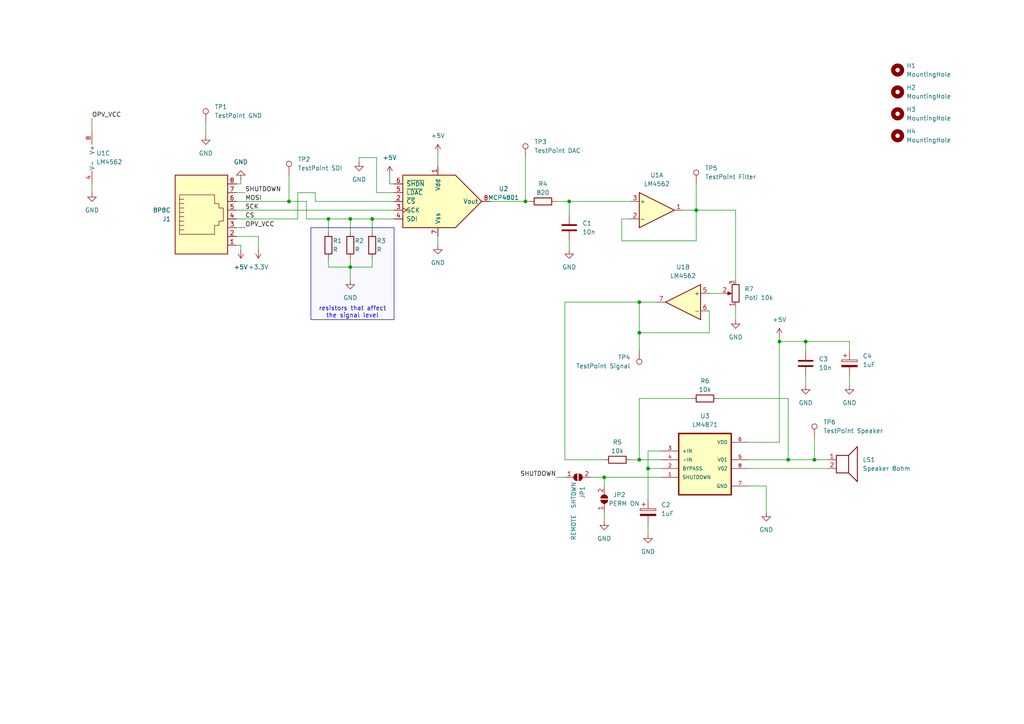
<source format=kicad_sch>
(kicad_sch (version 20230121) (generator eeschema)
  (paper "A4")
  (title_block (title "Speaker") (date "2023-10-23") (rev "2.1") (comment 1 "Author: Alexander Hold"))
  (lib_symbols
    (symbol "Amplifier_Operational:LM4562" (pin_names (offset 0.127))
      (property "Reference" "U" (at 0 5.08 0))
      (property "Value" "LM4562" (at 0 -5.08 0))
      (symbol "LM4562_1_1"
        (polyline (pts (xy -5.08 5.08) (xy 5.08 0) (xy -5.08 -5.08) (xy -5.08 5.08)) (stroke (width 0.254)) (fill (type background)))
        (pin output line (at 7.62 0 180) (length 2.54) (name "~") (number "1"))
        (pin input line (at -7.62 -2.54 0) (length 2.54) (name "-") (number "2"))
        (pin input line (at -7.62 2.54 0) (length 2.54) (name "+") (number "3"))
      )
      (symbol "LM4562_2_1"
        (polyline (pts (xy -5.08 5.08) (xy 5.08 0) (xy -5.08 -5.08) (xy -5.08 5.08)) (stroke (width 0.254)) (fill (type background)))
        (pin input line (at -7.62 2.54 0) (length 2.54) (name "+") (number "5"))
        (pin input line (at -7.62 -2.54 0) (length 2.54) (name "-") (number "6"))
        (pin output line (at 7.62 0 180) (length 2.54) (name "~") (number "7"))
      )
      (symbol "LM4562_3_1"
        (pin power_in line (at -2.54 -7.62 90) (length 3.81) (name "V-") (number "4"))
        (pin power_in line (at -2.54 7.62 270) (length 3.81) (name "V+") (number "8"))
      )
    )
    (symbol "Analog_DAC:MCP4801" (pin_names (offset 1.016))
      (property "Reference" "U" (at 1.27 10.795 0))
      (property "Value" "MCP4801" (at 1.27 8.89 0))
      (symbol "MCP4801_0_0"
        (polyline (pts (xy 12.7 0) (xy 5.08 7.62) (xy -10.16 7.62) (xy -10.16 -7.62) (xy 5.08 -7.62) (xy 12.7 0)) (stroke (width 0.254)) (fill (type background)))
      )
      (symbol "MCP4801_1_1"
        (pin power_in line (at 0 10.16 270) (length 2.54) (name "Vdd") (number "1"))
        (pin input line (at -12.7 0 0) (length 2.54) (name "~{CS}") (number "2"))
        (pin input clock (at -12.7 -2.54 0) (length 2.54) (name "SCK") (number "3"))
        (pin input line (at -12.7 -5.08 0) (length 2.54) (name "SDI") (number "4"))
        (pin input line (at -12.7 2.54 0) (length 2.54) (name "~{LDAC}") (number "5"))
        (pin input line (at -12.7 5.08 0) (length 2.54) (name "~{SHDN}") (number "6"))
        (pin power_in line (at 0 -10.16 90) (length 2.54) (name "Vss") (number "7"))
        (pin output line (at 15.24 0 180) (length 2.54) (name "Vout") (number "8"))
      )
    )
    (symbol "Connector:8P8C" (pin_names (offset 1.016))
      (property "Reference" "J" (at -5.08 13.97 0))
      (property "Value" "8P8C" (at 2.54 13.97 0))
      (symbol "8P8C_0_1"
        (polyline (pts (xy -5.08 4.445) (xy -6.35 4.445)))
        (polyline (pts (xy -5.08 5.715) (xy -6.35 5.715)))
        (polyline (pts (xy -6.35 -3.175) (xy -5.08 -3.175) (xy -5.08 -3.175)))
        (polyline (pts (xy -6.35 -1.905) (xy -5.08 -1.905) (xy -5.08 -1.905)))
        (polyline (pts (xy -6.35 -0.635) (xy -5.08 -0.635) (xy -5.08 -0.635)))
        (polyline (pts (xy -6.35 0.635) (xy -5.08 0.635) (xy -5.08 0.635)))
        (polyline (pts (xy -6.35 1.905) (xy -5.08 1.905) (xy -5.08 1.905)))
        (polyline (pts (xy -5.08 3.175) (xy -6.35 3.175) (xy -6.35 3.175)))
        (polyline (pts (xy -6.35 -4.445) (xy -6.35 6.985) (xy 3.81 6.985) (xy 3.81 4.445) (xy 5.08 4.445) (xy 5.08 3.175) (xy 6.35 3.175) (xy 6.35 -0.635) (xy 5.08 -0.635) (xy 5.08 -1.905) (xy 3.81 -1.905) (xy 3.81 -4.445) (xy -6.35 -4.445) (xy -6.35 -4.445)))
        (rectangle (start 7.62 12.7) (end -7.62 -10.16) (stroke (width 0.254)) (fill (type background)))
      )
      (symbol "8P8C_1_1"
        (pin passive line (at 10.16 -7.62 180) (length 2.54) (name "~") (number "1"))
        (pin passive line (at 10.16 -5.08 180) (length 2.54) (name "~") (number "2"))
        (pin passive line (at 10.16 -2.54 180) (length 2.54) (name "~") (number "3"))
        (pin passive line (at 10.16 0 180) (length 2.54) (name "~") (number "4"))
        (pin passive line (at 10.16 2.54 180) (length 2.54) (name "~") (number "5"))
        (pin passive line (at 10.16 5.08 180) (length 2.54) (name "~") (number "6"))
        (pin passive line (at 10.16 7.62 180) (length 2.54) (name "~") (number "7"))
        (pin passive line (at 10.16 10.16 180) (length 2.54) (name "~") (number "8"))
      )
    )
    (symbol "Connector:TestPoint" (pin_numbers hide) (pin_names (offset 0.762) hide)
      (property "Reference" "TP" (at 0 6.858 0))
      (property "Value" "TestPoint" (at 0 5.08 0))
      (symbol "TestPoint_0_1"
        (circle (center 0 3.302) (radius 0.762))
      )
      (symbol "TestPoint_1_1"
        (pin passive line (at 0 0 90) (length 2.54) (name "1") (number "1"))
      )
    )
    (symbol "Device:C" (pin_numbers hide) (pin_names (offset 0.254))
      (property "Reference" "C" (at 0.635 2.54 0))
      (property "Value" "C" (at 0.635 -2.54 0))
      (symbol "C_0_1"
        (polyline (pts (xy -2.032 -0.762) (xy 2.032 -0.762)) (stroke (width 0.508)))
        (polyline (pts (xy -2.032 0.762) (xy 2.032 0.762)) (stroke (width 0.508)))
      )
      (symbol "C_1_1"
        (pin passive line (at 0 3.81 270) (length 2.794) (name "~") (number "1"))
        (pin passive line (at 0 -3.81 90) (length 2.794) (name "~") (number "2"))
      )
    )
    (symbol "Device:C_Polarized" (pin_numbers hide) (pin_names (offset 0.254))
      (property "Reference" "C" (at 0.635 2.54 0))
      (property "Value" "C_Polarized" (at 0.635 -2.54 0))
      (symbol "C_Polarized_0_1"
        (rectangle (start -2.286 0.508) (end 2.286 1.016))
        (polyline (pts (xy -1.778 2.286) (xy -0.762 2.286)))
        (polyline (pts (xy -1.27 2.794) (xy -1.27 1.778)))
        (rectangle (start 2.286 -0.508) (end -2.286 -1.016) (fill (type outline)))
      )
      (symbol "C_Polarized_1_1"
        (pin passive line (at 0 3.81 270) (length 2.794) (name "~") (number "1"))
        (pin passive line (at 0 -3.81 90) (length 2.794) (name "~") (number "2"))
      )
    )
    (symbol "Device:R" (pin_numbers hide) (pin_names (offset 0))
      (property "Reference" "R" (at 2.032 0 90))
      (property "Value" "R" (at 0 0 90))
      (symbol "R_0_1"
        (rectangle (start -1.016 -2.54) (end 1.016 2.54) (stroke (width 0.254)))
      )
      (symbol "R_1_1"
        (pin passive line (at 0 3.81 270) (length 1.27) (name "~") (number "1"))
        (pin passive line (at 0 -3.81 90) (length 1.27) (name "~") (number "2"))
      )
    )
    (symbol "Device:R_Potentiometer" (pin_names (offset 1.016) hide)
      (property "Reference" "RV" (at -4.445 0 90))
      (property "Value" "R_Potentiometer" (at -2.54 0 90))
      (symbol "R_Potentiometer_0_1"
        (polyline (pts (xy 2.54 0) (xy 1.524 0)))
        (polyline (pts (xy 1.143 0) (xy 2.286 0.508) (xy 2.286 -0.508) (xy 1.143 0)) (fill (type outline)))
        (rectangle (start 1.016 2.54) (end -1.016 -2.54) (stroke (width 0.254)))
      )
      (symbol "R_Potentiometer_1_1"
        (pin passive line (at 0 3.81 270) (length 1.27) (name "1") (number "1"))
        (pin passive line (at 3.81 0 180) (length 1.27) (name "2") (number "2"))
        (pin passive line (at 0 -3.81 90) (length 1.27) (name "3") (number "3"))
      )
    )
    (symbol "Device:Speaker" (pin_names (offset 0) hide)
      (property "Reference" "LS" (at 1.27 5.715 0))
      (property "Value" "Speaker" (at 1.27 3.81 0))
      (symbol "Speaker_0_0"
        (rectangle (start -2.54 1.27) (end 1.016 -3.81) (stroke (width 0.254)))
        (polyline (pts (xy 1.016 1.27) (xy 3.556 3.81) (xy 3.556 -6.35) (xy 1.016 -3.81)) (stroke (width 0.254)))
      )
      (symbol "Speaker_1_1"
        (pin input line (at -5.08 0 0) (length 2.54) (name "1") (number "1"))
        (pin input line (at -5.08 -2.54 0) (length 2.54) (name "2") (number "2"))
      )
    )
    (symbol "Jumper:SolderJumper_2_Open" (pin_names (offset 0) hide)
      (property "Reference" "JP" (at 0 2.032 0))
      (property "Value" "SolderJumper_2_Open" (at 0 -2.54 0))
      (symbol "SolderJumper_2_Open_0_1"
        (arc (start -0.254 1.016) (mid -1.2656 0) (end -0.254 -1.016))
        (arc (start -0.254 1.016) (mid -1.2656 0) (end -0.254 -1.016) (fill (type outline)))
        (polyline (pts (xy -0.254 1.016) (xy -0.254 -1.016)))
        (polyline (pts (xy 0.254 1.016) (xy 0.254 -1.016)))
        (arc (start 0.254 -1.016) (mid 1.2656 0) (end 0.254 1.016))
        (arc (start 0.254 -1.016) (mid 1.2656 0) (end 0.254 1.016) (fill (type outline)))
      )
      (symbol "SolderJumper_2_Open_1_1"
        (pin passive line (at -3.81 0 0) (length 2.54) (name "A") (number "1"))
        (pin passive line (at 3.81 0 180) (length 2.54) (name "B") (number "2"))
      )
    )
    (symbol "LM4871:LM4871" (pin_names (offset 1.016))
      (property "Reference" "U" (at -8.89 10.16 0))
      (property "Value" "LM4871" (at -3.81 -11.43 0))
      (symbol "LM4871_0_0"
        (rectangle (start -7.62 8.89) (end 7.62 -8.89) (stroke (width 0.41)) (fill (type background)))
        (pin input line (at -12.7 -3.81 0) (length 5.08) (name "SHUTDOWN") (number "1"))
        (pin input line (at -12.7 -1.27 0) (length 5.08) (name "BYPASS") (number "2"))
        (pin input line (at -12.7 3.81 0) (length 5.08) (name "+IN") (number "3"))
        (pin input line (at -12.7 1.27 0) (length 5.08) (name "-IN") (number "4"))
        (pin output line (at 12.7 1.27 180) (length 5.08) (name "V01") (number "5"))
        (pin power_in line (at 12.7 6.35 180) (length 5.08) (name "VDD") (number "6"))
        (pin power_in line (at 12.7 -6.35 180) (length 5.08) (name "GND") (number "7"))
        (pin output line (at 12.7 -1.27 180) (length 5.08) (name "V02") (number "8"))
      )
    )
    (symbol "Mechanical:MountingHole" (pin_names (offset 1.016))
      (property "Reference" "H" (at 0 5.08 0))
      (property "Value" "MountingHole" (at 0 3.175 0))
      (symbol "MountingHole_0_1"
        (circle (center 0 0) (radius 1.27) (stroke (width 1.27)))
      )
    )
    (symbol "power:+3.3V" (power) (pin_names (offset 0))
      (property "Value" "+3.3V" (at 0 3.556 0))
      (symbol "+3.3V_0_1"
        (polyline (pts (xy -0.762 1.27) (xy 0 2.54)))
        (polyline (pts (xy 0 0) (xy 0 2.54)))
        (polyline (pts (xy 0 2.54) (xy 0.762 1.27)))
      )
      (symbol "+3.3V_1_1"
        (pin power_in line (at 0 0 90) (length 0) hide (name "+3.3V") (number "1"))
      )
    )
    (symbol "power:+5V" (power) (pin_names (offset 0))
      (property "Value" "+5V" (at 0 3.556 0))
      (symbol "+5V_0_1"
        (polyline (pts (xy -0.762 1.27) (xy 0 2.54)))
        (polyline (pts (xy 0 0) (xy 0 2.54)))
        (polyline (pts (xy 0 2.54) (xy 0.762 1.27)))
      )
      (symbol "+5V_1_1"
        (pin power_in line (at 0 0 90) (length 0) hide (name "+5V") (number "1"))
      )
    )
    (symbol "power:GND" (power) (pin_names (offset 0))
      (property "Value" "GND" (at 0 -3.81 0))
      (symbol "GND_0_1"
        (polyline (pts (xy 0 0) (xy 0 -1.27) (xy 1.27 -1.27) (xy 0 -2.54) (xy -1.27 -1.27) (xy 0 -1.27)))
      )
      (symbol "GND_1_1"
        (pin power_in line (at 0 0 270) (length 0) hide (name "GND") (number "1"))
      )
    )
  )
  (junction (at 101.6 63.5))
  (junction (at 95.25 63.5))
  (junction (at 233.68 99.06))
  (junction (at 226.06 99.06))
  (junction (at 83.82 58.42))
  (junction (at 101.6 77.47))
  (junction (at 165.1 58.42))
  (junction (at 185.42 96.52))
  (junction (at 185.42 87.63))
  (junction (at 228.6 133.35))
  (junction (at 107.95 63.5))
  (junction (at 175.26 138.43))
  (junction (at 201.93 60.96))
  (junction (at 187.96 135.89))
  (junction (at 185.42 133.35))
  (junction (at 236.22 133.35))
  (junction (at 152.4 58.42))
  (wire (pts (xy 88.9 58.42) (xy 88.9 63.5)))
  (wire (pts (xy 165.1 69.85) (xy 165.1 72.39)))
  (wire (pts (xy 74.93 68.58) (xy 74.93 72.39)))
  (wire (pts (xy 95.25 63.5) (xy 101.6 63.5)))
  (wire (pts (xy 185.42 115.57) (xy 185.42 133.35)))
  (wire (pts (xy 228.6 133.35) (xy 228.6 115.57)))
  (wire (pts (xy 101.6 77.47) (xy 101.6 81.28)))
  (wire (pts (xy 68.58 68.58) (xy 74.93 68.58)))
  (wire (pts (xy 127 68.58) (xy 127 71.12)))
  (wire (pts (xy 68.58 55.88) (xy 71.12 55.88)))
  (wire (pts (xy 95.25 74.93) (xy 95.25 77.47)))
  (wire (pts (xy 26.67 53.34) (xy 26.67 55.88)))
  (wire (pts (xy 226.06 99.06) (xy 226.06 128.27)))
  (wire (pts (xy 208.28 115.57) (xy 228.6 115.57)))
  (wire (pts (xy 86.36 55.88) (xy 91.44 55.88)))
  (wire (pts (xy 175.26 133.35) (xy 163.83 133.35)))
  (wire (pts (xy 201.93 60.96) (xy 198.12 60.96)))
  (wire (pts (xy 175.26 148.59) (xy 175.26 151.13)))
  (wire (pts (xy 101.6 74.93) (xy 101.6 77.47)))
  (wire (pts (xy 201.93 60.96) (xy 213.36 60.96)))
  (wire (pts (xy 233.68 99.06) (xy 233.68 101.6)))
  (wire (pts (xy 165.1 58.42) (xy 165.1 62.23)))
  (wire (pts (xy 222.25 140.97) (xy 222.25 148.59)))
  (wire (pts (xy 165.1 58.42) (xy 182.88 58.42)))
  (wire (pts (xy 205.74 85.09) (xy 209.55 85.09)))
  (wire (pts (xy 142.24 58.42) (xy 152.4 58.42)))
  (wire (pts (xy 101.6 77.47) (xy 107.95 77.47)))
  (wire (pts (xy 246.38 109.22) (xy 246.38 111.76)))
  (wire (pts (xy 185.42 96.52) (xy 205.74 96.52)))
  (wire (pts (xy 109.22 45.72) (xy 104.14 45.72)))
  (wire (pts (xy 226.06 97.79) (xy 226.06 99.06)))
  (wire (pts (xy 171.45 138.43) (xy 175.26 138.43)))
  (wire (pts (xy 95.25 77.47) (xy 101.6 77.47)))
  (wire (pts (xy 175.26 140.97) (xy 175.26 138.43)))
  (wire (pts (xy 180.34 69.85) (xy 180.34 63.5)))
  (wire (pts (xy 217.17 128.27) (xy 226.06 128.27)))
  (wire (pts (xy 233.68 109.22) (xy 233.68 111.76)))
  (wire (pts (xy 114.3 55.88) (xy 109.22 55.88)))
  (wire (pts (xy 187.96 130.81) (xy 187.96 135.89)))
  (wire (pts (xy 163.83 87.63) (xy 185.42 87.63)))
  (wire (pts (xy 88.9 63.5) (xy 95.25 63.5)))
  (wire (pts (xy 185.42 133.35) (xy 191.77 133.35)))
  (wire (pts (xy 236.22 127) (xy 236.22 133.35)))
  (wire (pts (xy 101.6 63.5) (xy 101.6 67.31)))
  (wire (pts (xy 200.66 115.57) (xy 185.42 115.57)))
  (wire (pts (xy 217.17 135.89) (xy 240.03 135.89)))
  (wire (pts (xy 68.58 58.42) (xy 83.82 58.42)))
  (wire (pts (xy 226.06 99.06) (xy 233.68 99.06)))
  (wire (pts (xy 86.36 63.5) (xy 86.36 55.88)))
  (wire (pts (xy 163.83 133.35) (xy 163.83 87.63)))
  (wire (pts (xy 201.93 53.34) (xy 201.93 60.96)))
  (wire (pts (xy 95.25 63.5) (xy 95.25 67.31)))
  (wire (pts (xy 71.12 66.04) (xy 68.58 66.04)))
  (wire (pts (xy 182.88 63.5) (xy 180.34 63.5)))
  (wire (pts (xy 213.36 60.96) (xy 213.36 81.28)))
  (wire (pts (xy 107.95 77.47) (xy 107.95 74.93)))
  (wire (pts (xy 205.74 90.17) (xy 205.74 96.52)))
  (wire (pts (xy 91.44 55.88) (xy 91.44 58.42)))
  (wire (pts (xy 114.3 53.34) (xy 113.03 53.34)))
  (wire (pts (xy 187.96 152.4) (xy 187.96 154.94)))
  (wire (pts (xy 213.36 88.9) (xy 213.36 92.71)))
  (wire (pts (xy 233.68 99.06) (xy 246.38 99.06)))
  (wire (pts (xy 201.93 60.96) (xy 201.93 69.85)))
  (wire (pts (xy 68.58 71.12) (xy 69.85 71.12)))
  (wire (pts (xy 182.88 133.35) (xy 185.42 133.35)))
  (wire (pts (xy 68.58 53.34) (xy 69.85 53.34)))
  (wire (pts (xy 68.58 63.5) (xy 86.36 63.5)))
  (wire (pts (xy 107.95 63.5) (xy 114.3 63.5)))
  (wire (pts (xy 175.26 138.43) (xy 191.77 138.43)))
  (wire (pts (xy 185.42 87.63) (xy 185.42 96.52)))
  (wire (pts (xy 69.85 53.34) (xy 69.85 52.07)))
  (wire (pts (xy 69.85 71.12) (xy 69.85 72.39)))
  (wire (pts (xy 228.6 133.35) (xy 236.22 133.35)))
  (wire (pts (xy 217.17 140.97) (xy 222.25 140.97)))
  (wire (pts (xy 152.4 58.42) (xy 153.67 58.42)))
  (wire (pts (xy 201.93 69.85) (xy 180.34 69.85)))
  (wire (pts (xy 190.5 87.63) (xy 185.42 87.63)))
  (wire (pts (xy 246.38 101.6) (xy 246.38 99.06)))
  (wire (pts (xy 161.29 58.42) (xy 165.1 58.42)))
  (wire (pts (xy 113.03 50.8) (xy 113.03 53.34)))
  (wire (pts (xy 26.67 34.29) (xy 26.67 38.1)))
  (wire (pts (xy 104.14 45.72) (xy 104.14 46.99)))
  (wire (pts (xy 59.69 35.56) (xy 59.69 39.37)))
  (wire (pts (xy 101.6 63.5) (xy 107.95 63.5)))
  (wire (pts (xy 152.4 45.72) (xy 152.4 58.42)))
  (wire (pts (xy 109.22 45.72) (xy 109.22 55.88)))
  (wire (pts (xy 68.58 60.96) (xy 114.3 60.96)))
  (wire (pts (xy 187.96 135.89) (xy 187.96 144.78)))
  (wire (pts (xy 236.22 133.35) (xy 240.03 133.35)))
  (wire (pts (xy 187.96 135.89) (xy 191.77 135.89)))
  (wire (pts (xy 187.96 130.81) (xy 191.77 130.81)))
  (wire (pts (xy 83.82 50.8) (xy 83.82 58.42)))
  (wire (pts (xy 185.42 101.6) (xy 185.42 96.52)))
  (wire (pts (xy 91.44 58.42) (xy 114.3 58.42)))
  (wire (pts (xy 88.9 58.42) (xy 83.82 58.42)))
  (wire (pts (xy 107.95 63.5) (xy 107.95 67.31)))
  (wire (pts (xy 217.17 133.35) (xy 228.6 133.35)))
  (wire (pts (xy 161.29 138.43) (xy 163.83 138.43)))
  (wire (pts (xy 127 44.45) (xy 127 48.26)))
  (rectangle (start 90.17 66.04) (end 114.3 92.71) (fill (type color) (color 157 155 255 0.07)))
  (text_box "resistors that affect\nthe signal level" (at 90.17 87.63 0) (size 24.13 5.08) (stroke (width -0.0001)) (effects (font (size 1.27 1.27)) (justify top)))
  (label "CS" (at 71.12 63.5 0))
  (label "SHUTDOWN" (at 161.29 138.43 180))
  (label "OPV_VCC" (at 71.12 66.04 0))
  (label "MOSI" (at 71.12 58.42 0))
  (label "SHUTDOWN" (at 71.12 55.88 0))
  (label "SCK" (at 71.12 60.96 0))
  (label "OPV_VCC" (at 26.67 34.29 0))
  (symbol (lib_id "power:+3.3V") (at 74.93 72.39 180) (unit 1)
    (property "Reference" "#PWR05" (effects hide))
    (property "Value" "+3.3V" (at 74.93 77.47 0))
  )
  (symbol (lib_id "Device:C") (at 165.1 66.04 0) (unit 1)
    (property "Reference" "C1" (at 168.91 64.77 0) (effects (justify left)))
    (property "Value" "10n" (at 168.91 67.31 0) (effects (justify left)))
    (property "Footprint" "Capacitor_SMD:C_1206_3216Metric_Pad1.33x1.80mm_HandSolder" (effects hide))
  )
  (symbol (lib_id "Connector:TestPoint") (at 59.69 35.56 0) (unit 1)
    (property "Reference" "TP1" (at 62.23 30.988 0) (effects (justify left)))
    (property "Value" "TestPoint GND" (at 62.23 33.528 0) (effects (justify left)))
    (property "Footprint" "TestPoint:TestPoint_Loop_D2.54mm_Drill1.5mm_Beaded" (effects hide))
  )
  (symbol (lib_id "Connector:TestPoint") (at 201.93 53.34 0) (unit 1)
    (property "Reference" "TP5" (at 204.47 48.768 0) (effects (justify left)))
    (property "Value" "TestPoint Filter" (at 204.47 51.308 0) (effects (justify left)))
    (property "Footprint" "TestPoint:TestPoint_Loop_D2.54mm_Drill1.5mm_Beaded" (effects hide))
  )
  (symbol (lib_id "power:GND") (at 165.1 72.39 0) (unit 1)
    (property "Reference" "#PWR011" (effects hide))
    (property "Value" "GND" (at 165.1 77.47 0))
  )
  (symbol (lib_id "Connector:TestPoint") (at 83.82 50.8 0) (unit 1)
    (property "Reference" "TP2" (at 86.36 46.228 0) (effects (justify left)))
    (property "Value" "TestPoint SDI" (at 86.36 48.768 0) (effects (justify left)))
    (property "Footprint" "TestPoint:TestPoint_Loop_D2.54mm_Drill1.5mm_Beaded" (effects hide))
  )
  (symbol (lib_id "Mechanical:MountingHole") (at 260.35 39.37 0) (unit 1)
    (property "Reference" "H4" (at 262.89 38.1 0) (effects (justify left)))
    (property "Value" "MountingHole" (at 262.89 40.64 0) (effects (justify left)))
    (property "Footprint" "MountingHole:MountingHole_3.2mm_M3" (effects hide))
  )
  (symbol (lib_id "Device:Speaker") (at 245.11 133.35 0) (unit 1)
    (property "Reference" "LS1" (at 250.19 133.35 0) (effects (justify left)))
    (property "Value" "Speaker 8ohm" (at 250.19 135.89 0) (effects (justify left)))
    (property "Footprint" "Connector_PinHeader_2.54mm:PinHeader_1x02_P2.54mm_Vertical" (effects hide))
  )
  (symbol (lib_id "Device:R") (at 95.25 71.12 0) (unit 1)
    (property "Reference" "R1" (at 96.52 69.85 0) (effects (justify left)))
    (property "Value" "R" (at 96.52 72.39 0) (effects (justify left)))
    (property "Footprint" "Resistor_SMD:R_0805_2012Metric_Pad1.20x1.40mm_HandSolder" (effects hide))
  )
  (symbol (lib_id "LM4871:LM4871") (at 204.47 134.62 0) (unit 1)
    (property "Reference" "U3" (at 204.47 120.65 0))
    (property "Value" "LM4871" (at 204.47 123.19 0))
    (property "Footprint" "Package_SO:SOIC-8_5.23x5.23mm_P1.27mm" (effects hide))
  )
  (symbol (lib_id "Amplifier_Operational:LM4562") (at 198.12 87.63 0) (mirror y) (unit 2)
    (property "Reference" "U1" (at 198.12 77.47 0))
    (property "Value" "LM4562" (at 198.12 80.01 0))
    (property "Footprint" "Package_DIP:DIP-8_W7.62mm_Socket" (effects hide))
    (property "Datasheet" "http://www.ti.com/lit/ds/symlink/lm4562.pdf" (effects hide))
  )
  (symbol (lib_id "power:GND") (at 59.69 39.37 0) (unit 1)
    (property "Reference" "#PWR02" (effects hide))
    (property "Value" "GND" (at 59.69 44.45 0))
  )
  (symbol (lib_id "power:GND") (at 69.85 52.07 180) (unit 1)
    (property "Reference" "#PWR03" (effects hide))
    (property "Value" "GND" (at 69.85 46.99 0))
  )
  (symbol (lib_id "power:+5V") (at 113.03 50.8 0) (unit 1)
    (property "Reference" "#PWR08" (effects hide))
    (property "Value" "+5V" (at 113.03 45.72 0))
  )
  (symbol (lib_id "Device:R") (at 101.6 71.12 0) (unit 1)
    (property "Reference" "R2" (at 102.87 69.85 0) (effects (justify left)))
    (property "Value" "R" (at 102.87 72.39 0) (effects (justify left)))
    (property "Footprint" "Resistor_SMD:R_0805_2012Metric_Pad1.20x1.40mm_HandSolder" (effects hide))
  )
  (symbol (lib_id "power:GND") (at 213.36 92.71 0) (unit 1)
    (property "Reference" "#PWR014" (effects hide))
    (property "Value" "GND" (at 213.36 97.79 0))
  )
  (symbol (lib_id "Analog_DAC:MCP4801") (at 127 58.42 0) (unit 1)
    (property "Reference" "U2" (at 146.05 54.7721 0))
    (property "Value" "MCP4801" (at 146.05 57.3121 0))
    (property "Footprint" "Package_DIP:DIP-8_W7.62mm_Socket" (effects hide))
    (property "Datasheet" "http://ww1.microchip.com/downloads/en/DeviceDoc/22244B.pdf" (effects hide))
  )
  (symbol (lib_id "Device:C") (at 233.68 105.41 0) (unit 1)
    (property "Reference" "C3" (at 237.49 104.14 0) (effects (justify left)))
    (property "Value" "10n" (at 237.49 106.68 0) (effects (justify left)))
    (property "Footprint" "Capacitor_SMD:C_1206_3216Metric_Pad1.33x1.80mm_HandSolder" (effects hide))
  )
  (symbol (lib_id "Jumper:SolderJumper_2_Open") (at 167.64 138.43 0) (unit 1)
    (property "Reference" "JP1" (at 168.91 140.97 90) (effects (justify right)))
    (property "Value" "REMOTE  SHTDWN" (at 166.37 139.7 90) (effects (justify right)))
    (property "Footprint" "Jumper:SolderJumper-2_P1.3mm_Open_Pad1.0x1.5mm" (effects hide))
  )
  (symbol (lib_id "power:GND") (at 187.96 154.94 0) (unit 1)
    (property "Reference" "#PWR013" (effects hide))
    (property "Value" "GND" (at 187.96 160.02 0))
  )
  (symbol (lib_id "power:+5V") (at 69.85 72.39 180) (unit 1)
    (property "Reference" "#PWR04" (effects hide))
    (property "Value" "+5V" (at 69.85 77.47 0))
  )
  (symbol (lib_id "power:GND") (at 233.68 111.76 0) (unit 1)
    (property "Reference" "#PWR017" (effects hide))
    (property "Value" "GND" (at 233.68 116.84 0))
  )
  (symbol (lib_id "Device:C_Polarized") (at 187.96 148.59 0) (unit 1)
    (property "Reference" "C2" (at 191.77 146.431 0) (effects (justify left)))
    (property "Value" "1uF" (at 191.77 148.971 0) (effects (justify left)))
    (property "Footprint" "Capacitor_THT:CP_Radial_D5.0mm_P2.50mm" (effects hide))
  )
  (symbol (lib_id "power:GND") (at 175.26 151.13 0) (unit 1)
    (property "Reference" "#PWR012" (effects hide))
    (property "Value" "GND" (at 175.26 156.21 0))
  )
  (symbol (lib_id "Device:R") (at 204.47 115.57 90) (unit 1)
    (property "Reference" "R6" (at 204.47 110.49 90))
    (property "Value" "10k" (at 204.47 113.03 90))
    (property "Footprint" "Resistor_SMD:R_0805_2012Metric_Pad1.20x1.40mm_HandSolder" (effects hide))
  )
  (symbol (lib_id "Connector:8P8C") (at 58.42 63.5 0) (unit 1)
    (property "Reference" "J1" (at 49.53 63.5 0) (effects (justify right)))
    (property "Value" "8P8C" (at 49.53 60.96 0) (effects (justify right)))
    (property "Footprint" "Library:RJ45_Amphenol_54602-x08_Horizontal_Custom" (effects hide))
  )
  (symbol (lib_id "power:GND") (at 101.6 81.28 0) (unit 1)
    (property "Reference" "#PWR06" (effects hide))
    (property "Value" "GND" (at 101.6 86.36 0))
  )
  (symbol (lib_id "power:GND") (at 246.38 111.76 0) (unit 1)
    (property "Reference" "#PWR018" (effects hide))
    (property "Value" "GND" (at 246.38 116.84 0))
  )
  (symbol (lib_id "Amplifier_Operational:LM4562") (at 190.5 60.96 0) (unit 1)
    (property "Reference" "U1" (at 190.5 50.8 0))
    (property "Value" "LM4562" (at 190.5 53.34 0))
    (property "Footprint" "Package_DIP:DIP-8_W7.62mm_Socket" (effects hide))
    (property "Datasheet" "http://www.ti.com/lit/ds/symlink/lm4562.pdf" (effects hide))
  )
  (symbol (lib_id "Mechanical:MountingHole") (at 260.35 20.32 0) (unit 1)
    (property "Reference" "H1" (at 262.89 19.05 0) (effects (justify left)))
    (property "Value" "MountingHole" (at 262.89 21.59 0) (effects (justify left)))
    (property "Footprint" "MountingHole:MountingHole_3.2mm_M3" (effects hide))
  )
  (symbol (lib_id "power:GND") (at 26.67 55.88 0) (unit 1)
    (property "Reference" "#PWR01" (effects hide))
    (property "Value" "GND" (at 26.67 60.96 0))
  )
  (symbol (lib_id "power:GND") (at 222.25 148.59 0) (unit 1)
    (property "Reference" "#PWR015" (effects hide))
    (property "Value" "GND" (at 222.25 153.67 0))
  )
  (symbol (lib_id "Mechanical:MountingHole") (at 260.35 33.02 0) (unit 1)
    (property "Reference" "H3" (at 262.89 31.75 0) (effects (justify left)))
    (property "Value" "MountingHole" (at 262.89 34.29 0) (effects (justify left)))
    (property "Footprint" "MountingHole:MountingHole_3.2mm_M3" (effects hide))
  )
  (symbol (lib_id "Device:R") (at 157.48 58.42 90) (unit 1)
    (property "Reference" "R4" (at 157.48 53.34 90))
    (property "Value" "820" (at 157.48 55.88 90))
    (property "Footprint" "Resistor_SMD:R_0805_2012Metric_Pad1.20x1.40mm_HandSolder" (effects hide))
  )
  (symbol (lib_id "Connector:TestPoint") (at 185.42 101.6 0) (mirror x) (unit 1)
    (property "Reference" "TP4" (at 182.88 103.632 0) (effects (justify right)))
    (property "Value" "TestPoint Signal" (at 182.88 106.172 0) (effects (justify right)))
    (property "Footprint" "TestPoint:TestPoint_Loop_D2.54mm_Drill1.5mm_Beaded" (effects hide))
  )
  (symbol (lib_id "power:+5V") (at 127 44.45 0) (unit 1)
    (property "Reference" "#PWR09" (effects hide))
    (property "Value" "+5V" (at 127 39.37 0))
  )
  (symbol (lib_id "Device:R_Potentiometer") (at 213.36 85.09 180) (unit 1)
    (property "Reference" "R7" (at 215.9 83.82 0) (effects (justify right)))
    (property "Value" "Poti 10k" (at 215.9 86.36 0) (effects (justify right)))
    (property "Footprint" "Potentiometer_THT:Potentiometer_Piher_PT-6-V_Vertical" (effects hide))
  )
  (symbol (lib_id "Connector:TestPoint") (at 152.4 45.72 0) (unit 1)
    (property "Reference" "TP3" (at 154.94 41.148 0) (effects (justify left)))
    (property "Value" "TestPoint DAC" (at 154.94 43.688 0) (effects (justify left)))
    (property "Footprint" "TestPoint:TestPoint_Loop_D2.54mm_Drill1.5mm_Beaded" (effects hide))
  )
  (symbol (lib_id "Mechanical:MountingHole") (at 260.35 26.67 0) (unit 1)
    (property "Reference" "H2" (at 262.89 25.4 0) (effects (justify left)))
    (property "Value" "MountingHole" (at 262.89 27.94 0) (effects (justify left)))
    (property "Footprint" "MountingHole:MountingHole_3.2mm_M3" (effects hide))
  )
  (symbol (lib_id "Device:R") (at 179.07 133.35 270) (mirror x) (unit 1)
    (property "Reference" "R5" (at 179.07 128.27 90))
    (property "Value" "10k" (at 179.07 130.81 90))
    (property "Footprint" "Resistor_SMD:R_0805_2012Metric_Pad1.20x1.40mm_HandSolder" (effects hide))
  )
  (symbol (lib_id "Device:R") (at 107.95 71.12 0) (unit 1)
    (property "Reference" "R3" (at 109.22 69.85 0) (effects (justify left)))
    (property "Value" "R" (at 109.22 72.39 0) (effects (justify left)))
    (property "Footprint" "Resistor_SMD:R_0805_2012Metric_Pad1.20x1.40mm_HandSolder" (effects hide))
  )
  (symbol (lib_id "power:GND") (at 127 71.12 0) (unit 1)
    (property "Reference" "#PWR010" (effects hide))
    (property "Value" "GND" (at 127 76.2 0))
  )
  (symbol (lib_id "Amplifier_Operational:LM4562") (at 29.21 45.72 0) (unit 3)
    (property "Reference" "U1" (at 27.94 44.45 0) (effects (justify left)))
    (property "Value" "LM4562" (at 27.94 46.99 0) (effects (justify left)))
    (property "Footprint" "Package_DIP:DIP-8_W7.62mm_Socket" (effects hide))
    (property "Datasheet" "http://www.ti.com/lit/ds/symlink/lm4562.pdf" (effects hide))
  )
  (symbol (lib_id "power:+5V") (at 226.06 97.79 0) (unit 1)
    (property "Reference" "#PWR016" (effects hide))
    (property "Value" "+5V" (at 226.06 92.71 0))
  )
  (symbol (lib_id "Jumper:SolderJumper_2_Open") (at 175.26 144.78 90) (unit 1)
    (property "Reference" "JP2" (at 177.8 143.51 90) (effects (justify right)))
    (property "Value" "PERM ON" (at 176.53 146.05 90) (effects (justify right)))
    (property "Footprint" "Jumper:SolderJumper-2_P1.3mm_Open_Pad1.0x1.5mm" (effects hide))
  )
  (symbol (lib_id "power:GND") (at 104.14 46.99 0) (unit 1)
    (property "Reference" "#PWR07" (effects hide))
    (property "Value" "GND" (at 104.14 52.07 0))
  )
  (symbol (lib_id "Device:C_Polarized") (at 246.38 105.41 0) (unit 1)
    (property "Reference" "C4" (at 250.19 103.251 0) (effects (justify left)))
    (property "Value" "1uF" (at 250.19 105.791 0) (effects (justify left)))
    (property "Footprint" "Capacitor_THT:CP_Radial_D5.0mm_P2.50mm" (effects hide))
  )
  (symbol (lib_id "Connector:TestPoint") (at 236.22 127 0) (unit 1)
    (property "Reference" "TP6" (at 238.76 122.428 0) (effects (justify left)))
    (property "Value" "TestPoint Speaker" (at 238.76 124.968 0) (effects (justify left)))
    (property "Footprint" "TestPoint:TestPoint_Loop_D2.54mm_Drill1.5mm_Beaded" (effects hide))
  )
)
</source>
